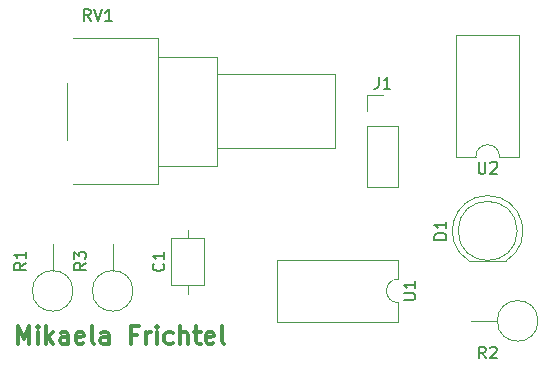
<source format=gbr>
G04 #@! TF.GenerationSoftware,KiCad,Pcbnew,(5.0.0-3-g5ebb6b6)*
G04 #@! TF.CreationDate,2018-09-05T20:54:59-07:00*
G04 #@! TF.ProjectId,Light Sensor with TH,4C696768742053656E736F7220776974,rev?*
G04 #@! TF.SameCoordinates,Original*
G04 #@! TF.FileFunction,Legend,Top*
G04 #@! TF.FilePolarity,Positive*
%FSLAX46Y46*%
G04 Gerber Fmt 4.6, Leading zero omitted, Abs format (unit mm)*
G04 Created by KiCad (PCBNEW (5.0.0-3-g5ebb6b6)) date Wednesday, September 05, 2018 at 08:54:59 PM*
%MOMM*%
%LPD*%
G01*
G04 APERTURE LIST*
%ADD10C,0.300000*%
%ADD11C,0.120000*%
%ADD12C,0.150000*%
G04 APERTURE END LIST*
D10*
X129116428Y-104818571D02*
X129116428Y-103318571D01*
X129616428Y-104390000D01*
X130116428Y-103318571D01*
X130116428Y-104818571D01*
X130830714Y-104818571D02*
X130830714Y-103818571D01*
X130830714Y-103318571D02*
X130759285Y-103390000D01*
X130830714Y-103461428D01*
X130902142Y-103390000D01*
X130830714Y-103318571D01*
X130830714Y-103461428D01*
X131545000Y-104818571D02*
X131545000Y-103318571D01*
X131687857Y-104247142D02*
X132116428Y-104818571D01*
X132116428Y-103818571D02*
X131545000Y-104390000D01*
X133402142Y-104818571D02*
X133402142Y-104032857D01*
X133330714Y-103890000D01*
X133187857Y-103818571D01*
X132902142Y-103818571D01*
X132759285Y-103890000D01*
X133402142Y-104747142D02*
X133259285Y-104818571D01*
X132902142Y-104818571D01*
X132759285Y-104747142D01*
X132687857Y-104604285D01*
X132687857Y-104461428D01*
X132759285Y-104318571D01*
X132902142Y-104247142D01*
X133259285Y-104247142D01*
X133402142Y-104175714D01*
X134687857Y-104747142D02*
X134545000Y-104818571D01*
X134259285Y-104818571D01*
X134116428Y-104747142D01*
X134045000Y-104604285D01*
X134045000Y-104032857D01*
X134116428Y-103890000D01*
X134259285Y-103818571D01*
X134545000Y-103818571D01*
X134687857Y-103890000D01*
X134759285Y-104032857D01*
X134759285Y-104175714D01*
X134045000Y-104318571D01*
X135616428Y-104818571D02*
X135473571Y-104747142D01*
X135402142Y-104604285D01*
X135402142Y-103318571D01*
X136830714Y-104818571D02*
X136830714Y-104032857D01*
X136759285Y-103890000D01*
X136616428Y-103818571D01*
X136330714Y-103818571D01*
X136187857Y-103890000D01*
X136830714Y-104747142D02*
X136687857Y-104818571D01*
X136330714Y-104818571D01*
X136187857Y-104747142D01*
X136116428Y-104604285D01*
X136116428Y-104461428D01*
X136187857Y-104318571D01*
X136330714Y-104247142D01*
X136687857Y-104247142D01*
X136830714Y-104175714D01*
X139187857Y-104032857D02*
X138687857Y-104032857D01*
X138687857Y-104818571D02*
X138687857Y-103318571D01*
X139402142Y-103318571D01*
X139973571Y-104818571D02*
X139973571Y-103818571D01*
X139973571Y-104104285D02*
X140045000Y-103961428D01*
X140116428Y-103890000D01*
X140259285Y-103818571D01*
X140402142Y-103818571D01*
X140902142Y-104818571D02*
X140902142Y-103818571D01*
X140902142Y-103318571D02*
X140830714Y-103390000D01*
X140902142Y-103461428D01*
X140973571Y-103390000D01*
X140902142Y-103318571D01*
X140902142Y-103461428D01*
X142259285Y-104747142D02*
X142116428Y-104818571D01*
X141830714Y-104818571D01*
X141687857Y-104747142D01*
X141616428Y-104675714D01*
X141545000Y-104532857D01*
X141545000Y-104104285D01*
X141616428Y-103961428D01*
X141687857Y-103890000D01*
X141830714Y-103818571D01*
X142116428Y-103818571D01*
X142259285Y-103890000D01*
X142902142Y-104818571D02*
X142902142Y-103318571D01*
X143545000Y-104818571D02*
X143545000Y-104032857D01*
X143473571Y-103890000D01*
X143330714Y-103818571D01*
X143116428Y-103818571D01*
X142973571Y-103890000D01*
X142902142Y-103961428D01*
X144045000Y-103818571D02*
X144616428Y-103818571D01*
X144259285Y-103318571D02*
X144259285Y-104604285D01*
X144330714Y-104747142D01*
X144473571Y-104818571D01*
X144616428Y-104818571D01*
X145687857Y-104747142D02*
X145545000Y-104818571D01*
X145259285Y-104818571D01*
X145116428Y-104747142D01*
X145045000Y-104604285D01*
X145045000Y-104032857D01*
X145116428Y-103890000D01*
X145259285Y-103818571D01*
X145545000Y-103818571D01*
X145687857Y-103890000D01*
X145759285Y-104032857D01*
X145759285Y-104175714D01*
X145045000Y-104318571D01*
X146616428Y-104818571D02*
X146473571Y-104747142D01*
X146402142Y-104604285D01*
X146402142Y-103318571D01*
D11*
G04 #@! TO.C,C1*
X142090000Y-99870000D02*
X144930000Y-99870000D01*
X144930000Y-99870000D02*
X144930000Y-95830000D01*
X144930000Y-95830000D02*
X142090000Y-95830000D01*
X142090000Y-95830000D02*
X142090000Y-99870000D01*
X143510000Y-100560000D02*
X143510000Y-99870000D01*
X143510000Y-95140000D02*
X143510000Y-95830000D01*
G04 #@! TO.C,J1*
X158690000Y-91500000D02*
X161350000Y-91500000D01*
X158690000Y-86360000D02*
X158690000Y-91500000D01*
X161350000Y-86360000D02*
X161350000Y-91500000D01*
X158690000Y-86360000D02*
X161350000Y-86360000D01*
X158690000Y-85090000D02*
X158690000Y-83760000D01*
X158690000Y-83760000D02*
X160020000Y-83760000D01*
G04 #@! TO.C,D1*
X168910462Y-92260000D02*
G75*
G03X167365170Y-97810000I-462J-2990000D01*
G01*
X168909538Y-92260000D02*
G75*
G02X170454830Y-97810000I462J-2990000D01*
G01*
X171410000Y-95250000D02*
G75*
G03X171410000Y-95250000I-2500000J0D01*
G01*
X167365000Y-97810000D02*
X170455000Y-97810000D01*
G04 #@! TO.C,U2*
X166260000Y-88960000D02*
X167910000Y-88960000D01*
X166260000Y-78680000D02*
X166260000Y-88960000D01*
X171560000Y-78680000D02*
X166260000Y-78680000D01*
X171560000Y-88960000D02*
X171560000Y-78680000D01*
X169910000Y-88960000D02*
X171560000Y-88960000D01*
X167910000Y-88960000D02*
G75*
G02X169910000Y-88960000I1000000J0D01*
G01*
G04 #@! TO.C,U1*
X161350000Y-101330000D02*
G75*
G02X161350000Y-99330000I0J1000000D01*
G01*
X161350000Y-99330000D02*
X161350000Y-97680000D01*
X161350000Y-97680000D02*
X151070000Y-97680000D01*
X151070000Y-97680000D02*
X151070000Y-102980000D01*
X151070000Y-102980000D02*
X161350000Y-102980000D01*
X161350000Y-102980000D02*
X161350000Y-101330000D01*
G04 #@! TO.C,RV1*
X133831000Y-78960000D02*
X141010000Y-78960000D01*
X133831000Y-91300000D02*
X141010000Y-91300000D01*
X133319000Y-82736000D02*
X133319000Y-87525000D01*
X141010000Y-78960000D02*
X141010000Y-91300000D01*
X141010000Y-80510000D02*
X146010000Y-80510000D01*
X141010000Y-89750000D02*
X146010000Y-89750000D01*
X141010000Y-80510000D02*
X141010000Y-89750000D01*
X146010000Y-80510000D02*
X146010000Y-89750000D01*
X146010000Y-82010000D02*
X156010000Y-82010000D01*
X146010000Y-88250000D02*
X156010000Y-88250000D01*
X146010000Y-82010000D02*
X146010000Y-88250000D01*
X156010000Y-82010000D02*
X156010000Y-88250000D01*
G04 #@! TO.C,R3*
X138880000Y-100330000D02*
G75*
G03X138880000Y-100330000I-1720000J0D01*
G01*
X137160000Y-98610000D02*
X137160000Y-96350000D01*
G04 #@! TO.C,R2*
X169730000Y-102870000D02*
X167470000Y-102870000D01*
X173170000Y-102870000D02*
G75*
G03X173170000Y-102870000I-1720000J0D01*
G01*
G04 #@! TO.C,R1*
X133800000Y-100330000D02*
G75*
G03X133800000Y-100330000I-1720000J0D01*
G01*
X132080000Y-98610000D02*
X132080000Y-96350000D01*
G04 #@! TO.C,C1*
D12*
X141447142Y-98016666D02*
X141494761Y-98064285D01*
X141542380Y-98207142D01*
X141542380Y-98302380D01*
X141494761Y-98445238D01*
X141399523Y-98540476D01*
X141304285Y-98588095D01*
X141113809Y-98635714D01*
X140970952Y-98635714D01*
X140780476Y-98588095D01*
X140685238Y-98540476D01*
X140590000Y-98445238D01*
X140542380Y-98302380D01*
X140542380Y-98207142D01*
X140590000Y-98064285D01*
X140637619Y-98016666D01*
X141542380Y-97064285D02*
X141542380Y-97635714D01*
X141542380Y-97350000D02*
X140542380Y-97350000D01*
X140685238Y-97445238D01*
X140780476Y-97540476D01*
X140828095Y-97635714D01*
G04 #@! TO.C,J1*
X159686666Y-82212380D02*
X159686666Y-82926666D01*
X159639047Y-83069523D01*
X159543809Y-83164761D01*
X159400952Y-83212380D01*
X159305714Y-83212380D01*
X160686666Y-83212380D02*
X160115238Y-83212380D01*
X160400952Y-83212380D02*
X160400952Y-82212380D01*
X160305714Y-82355238D01*
X160210476Y-82450476D01*
X160115238Y-82498095D01*
G04 #@! TO.C,D1*
X165402380Y-95988095D02*
X164402380Y-95988095D01*
X164402380Y-95750000D01*
X164450000Y-95607142D01*
X164545238Y-95511904D01*
X164640476Y-95464285D01*
X164830952Y-95416666D01*
X164973809Y-95416666D01*
X165164285Y-95464285D01*
X165259523Y-95511904D01*
X165354761Y-95607142D01*
X165402380Y-95750000D01*
X165402380Y-95988095D01*
X165402380Y-94464285D02*
X165402380Y-95035714D01*
X165402380Y-94750000D02*
X164402380Y-94750000D01*
X164545238Y-94845238D01*
X164640476Y-94940476D01*
X164688095Y-95035714D01*
G04 #@! TO.C,U2*
X168148095Y-89412380D02*
X168148095Y-90221904D01*
X168195714Y-90317142D01*
X168243333Y-90364761D01*
X168338571Y-90412380D01*
X168529047Y-90412380D01*
X168624285Y-90364761D01*
X168671904Y-90317142D01*
X168719523Y-90221904D01*
X168719523Y-89412380D01*
X169148095Y-89507619D02*
X169195714Y-89460000D01*
X169290952Y-89412380D01*
X169529047Y-89412380D01*
X169624285Y-89460000D01*
X169671904Y-89507619D01*
X169719523Y-89602857D01*
X169719523Y-89698095D01*
X169671904Y-89840952D01*
X169100476Y-90412380D01*
X169719523Y-90412380D01*
G04 #@! TO.C,U1*
X161802380Y-101091904D02*
X162611904Y-101091904D01*
X162707142Y-101044285D01*
X162754761Y-100996666D01*
X162802380Y-100901428D01*
X162802380Y-100710952D01*
X162754761Y-100615714D01*
X162707142Y-100568095D01*
X162611904Y-100520476D01*
X161802380Y-100520476D01*
X162802380Y-99520476D02*
X162802380Y-100091904D01*
X162802380Y-99806190D02*
X161802380Y-99806190D01*
X161945238Y-99901428D01*
X162040476Y-99996666D01*
X162088095Y-100091904D01*
G04 #@! TO.C,RV1*
X135294761Y-77482380D02*
X134961428Y-77006190D01*
X134723333Y-77482380D02*
X134723333Y-76482380D01*
X135104285Y-76482380D01*
X135199523Y-76530000D01*
X135247142Y-76577619D01*
X135294761Y-76672857D01*
X135294761Y-76815714D01*
X135247142Y-76910952D01*
X135199523Y-76958571D01*
X135104285Y-77006190D01*
X134723333Y-77006190D01*
X135580476Y-76482380D02*
X135913809Y-77482380D01*
X136247142Y-76482380D01*
X137104285Y-77482380D02*
X136532857Y-77482380D01*
X136818571Y-77482380D02*
X136818571Y-76482380D01*
X136723333Y-76625238D01*
X136628095Y-76720476D01*
X136532857Y-76768095D01*
G04 #@! TO.C,R3*
X134892380Y-97956666D02*
X134416190Y-98290000D01*
X134892380Y-98528095D02*
X133892380Y-98528095D01*
X133892380Y-98147142D01*
X133940000Y-98051904D01*
X133987619Y-98004285D01*
X134082857Y-97956666D01*
X134225714Y-97956666D01*
X134320952Y-98004285D01*
X134368571Y-98051904D01*
X134416190Y-98147142D01*
X134416190Y-98528095D01*
X133892380Y-97623333D02*
X133892380Y-97004285D01*
X134273333Y-97337619D01*
X134273333Y-97194761D01*
X134320952Y-97099523D01*
X134368571Y-97051904D01*
X134463809Y-97004285D01*
X134701904Y-97004285D01*
X134797142Y-97051904D01*
X134844761Y-97099523D01*
X134892380Y-97194761D01*
X134892380Y-97480476D01*
X134844761Y-97575714D01*
X134797142Y-97623333D01*
G04 #@! TO.C,R2*
X168743333Y-106042380D02*
X168410000Y-105566190D01*
X168171904Y-106042380D02*
X168171904Y-105042380D01*
X168552857Y-105042380D01*
X168648095Y-105090000D01*
X168695714Y-105137619D01*
X168743333Y-105232857D01*
X168743333Y-105375714D01*
X168695714Y-105470952D01*
X168648095Y-105518571D01*
X168552857Y-105566190D01*
X168171904Y-105566190D01*
X169124285Y-105137619D02*
X169171904Y-105090000D01*
X169267142Y-105042380D01*
X169505238Y-105042380D01*
X169600476Y-105090000D01*
X169648095Y-105137619D01*
X169695714Y-105232857D01*
X169695714Y-105328095D01*
X169648095Y-105470952D01*
X169076666Y-106042380D01*
X169695714Y-106042380D01*
G04 #@! TO.C,R1*
X129812380Y-97956666D02*
X129336190Y-98290000D01*
X129812380Y-98528095D02*
X128812380Y-98528095D01*
X128812380Y-98147142D01*
X128860000Y-98051904D01*
X128907619Y-98004285D01*
X129002857Y-97956666D01*
X129145714Y-97956666D01*
X129240952Y-98004285D01*
X129288571Y-98051904D01*
X129336190Y-98147142D01*
X129336190Y-98528095D01*
X129812380Y-97004285D02*
X129812380Y-97575714D01*
X129812380Y-97290000D02*
X128812380Y-97290000D01*
X128955238Y-97385238D01*
X129050476Y-97480476D01*
X129098095Y-97575714D01*
G04 #@! TD*
M02*

</source>
